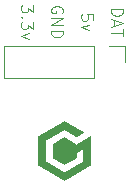
<source format=gbr>
%TF.GenerationSoftware,KiCad,Pcbnew,8.0.2*%
%TF.CreationDate,2024-05-09T22:20:53+02:00*%
%TF.ProjectId,Gamecube controller breakout,47616d65-6375-4626-9520-636f6e74726f,rev?*%
%TF.SameCoordinates,Original*%
%TF.FileFunction,Legend,Top*%
%TF.FilePolarity,Positive*%
%FSLAX46Y46*%
G04 Gerber Fmt 4.6, Leading zero omitted, Abs format (unit mm)*
G04 Created by KiCad (PCBNEW 8.0.2) date 2024-05-09 22:20:53*
%MOMM*%
%LPD*%
G01*
G04 APERTURE LIST*
%ADD10C,0.000000*%
%ADD11C,0.100000*%
%ADD12C,0.120000*%
G04 APERTURE END LIST*
D10*
G36*
X141015100Y-89488780D02*
G01*
X137796920Y-89488780D01*
X137796920Y-89446360D01*
X141015100Y-89446360D01*
X141015100Y-89488780D01*
G37*
G36*
X139999100Y-88684230D02*
G01*
X139658740Y-88684230D01*
X139658740Y-88642070D01*
X139999100Y-88642070D01*
X139999100Y-88684230D01*
G37*
G36*
X140507100Y-91478230D02*
G01*
X139277740Y-91478230D01*
X139277740Y-91436070D01*
X140507100Y-91436070D01*
X140507100Y-91478230D01*
G37*
G36*
X138431920Y-88388190D02*
G01*
X137118740Y-88388190D01*
X137118740Y-88345770D01*
X138431920Y-88345770D01*
X138431920Y-88388190D01*
G37*
G36*
X140166740Y-91690190D02*
G01*
X138939920Y-91690190D01*
X138939920Y-91647770D01*
X140166740Y-91647770D01*
X140166740Y-91690190D01*
G37*
G36*
X139955920Y-88091780D02*
G01*
X137626740Y-88091780D01*
X137626740Y-88049360D01*
X139955920Y-88049360D01*
X139955920Y-88091780D01*
G37*
G36*
X139574920Y-92028780D02*
G01*
X138007740Y-92028780D01*
X138007740Y-91986360D01*
X139574920Y-91986360D01*
X139574920Y-92028780D01*
G37*
G36*
X137245740Y-90039190D02*
G01*
X136570100Y-90039190D01*
X136570100Y-89996770D01*
X137245740Y-89996770D01*
X137245740Y-90039190D01*
G37*
G36*
X139999100Y-91774780D02*
G01*
X137586100Y-91774780D01*
X137586100Y-91732360D01*
X139999100Y-91732360D01*
X139999100Y-91774780D01*
G37*
G36*
X140336920Y-88472780D02*
G01*
X139277740Y-88472780D01*
X139277740Y-88430360D01*
X140336920Y-88430360D01*
X140336920Y-88472780D01*
G37*
G36*
X141015100Y-89319230D02*
G01*
X139955920Y-89319230D01*
X139955920Y-89277070D01*
X141015100Y-89277070D01*
X141015100Y-89319230D01*
G37*
G36*
X140336920Y-88303230D02*
G01*
X139023740Y-88303230D01*
X139023740Y-88261070D01*
X140336920Y-88261070D01*
X140336920Y-88303230D01*
G37*
G36*
X138896740Y-87499190D02*
G01*
X138685920Y-87499190D01*
X138685920Y-87456770D01*
X138896740Y-87456770D01*
X138896740Y-87499190D01*
G37*
G36*
X141015100Y-91139780D02*
G01*
X139872100Y-91139780D01*
X139872100Y-91097360D01*
X141015100Y-91097360D01*
X141015100Y-91139780D01*
G37*
G36*
X137245740Y-89446230D02*
G01*
X136570100Y-89446230D01*
X136570100Y-89404070D01*
X137245740Y-89404070D01*
X137245740Y-89446230D01*
G37*
G36*
X139745100Y-87964780D02*
G01*
X137880740Y-87964780D01*
X137880740Y-87922360D01*
X139745100Y-87922360D01*
X139745100Y-87964780D01*
G37*
G36*
X141015100Y-89827230D02*
G01*
X137796920Y-89827230D01*
X137796920Y-89785070D01*
X141015100Y-89785070D01*
X141015100Y-89827230D01*
G37*
G36*
X137245740Y-90547190D02*
G01*
X136570100Y-90547190D01*
X136570100Y-90504770D01*
X137245740Y-90504770D01*
X137245740Y-90547190D01*
G37*
G36*
X137245740Y-90293190D02*
G01*
X136570100Y-90293190D01*
X136570100Y-90250770D01*
X137245740Y-90250770D01*
X137245740Y-90293190D01*
G37*
G36*
X140380100Y-88345780D02*
G01*
X139066920Y-88345780D01*
X139066920Y-88303360D01*
X140380100Y-88303360D01*
X140380100Y-88345780D01*
G37*
G36*
X137245740Y-90843230D02*
G01*
X136570100Y-90843230D01*
X136570100Y-90801070D01*
X137245740Y-90801070D01*
X137245740Y-90843230D01*
G37*
G36*
X141015100Y-89912190D02*
G01*
X140336920Y-89912190D01*
X140336920Y-89869770D01*
X141015100Y-89869770D01*
X141015100Y-89912190D01*
G37*
G36*
X141015100Y-91055190D02*
G01*
X139999100Y-91055190D01*
X139999100Y-91012770D01*
X141015100Y-91012770D01*
X141015100Y-91055190D01*
G37*
G36*
X139364100Y-92155780D02*
G01*
X138221100Y-92155780D01*
X138221100Y-92113360D01*
X139364100Y-92113360D01*
X139364100Y-92155780D01*
G37*
G36*
X139828920Y-90293190D02*
G01*
X137796920Y-90293190D01*
X137796920Y-90250770D01*
X139828920Y-90250770D01*
X139828920Y-90293190D01*
G37*
G36*
X139320920Y-90843230D02*
G01*
X138261740Y-90843230D01*
X138261740Y-90801070D01*
X139320920Y-90801070D01*
X139320920Y-90843230D01*
G37*
G36*
X140293740Y-89869780D02*
G01*
X137796920Y-89869780D01*
X137796920Y-89827360D01*
X140293740Y-89827360D01*
X140293740Y-89869780D01*
G37*
G36*
X140463920Y-91520780D02*
G01*
X139237100Y-91520780D01*
X139237100Y-91478360D01*
X140463920Y-91478360D01*
X140463920Y-91520780D01*
G37*
G36*
X137245740Y-90420190D02*
G01*
X136570100Y-90420190D01*
X136570100Y-90377770D01*
X137245740Y-90377770D01*
X137245740Y-90420190D01*
G37*
G36*
X141015100Y-91097230D02*
G01*
X139955920Y-91097230D01*
X139955920Y-91055070D01*
X141015100Y-91055070D01*
X141015100Y-91097230D01*
G37*
G36*
X139193920Y-89023190D02*
G01*
X138388740Y-89023190D01*
X138388740Y-88980770D01*
X139193920Y-88980770D01*
X139193920Y-89023190D01*
G37*
G36*
X139872100Y-91859230D02*
G01*
X137713100Y-91859230D01*
X137713100Y-91817070D01*
X139872100Y-91817070D01*
X139872100Y-91859230D01*
G37*
G36*
X137753740Y-88769190D02*
G01*
X136570100Y-88769190D01*
X136570100Y-88726770D01*
X137753740Y-88726770D01*
X137753740Y-88769190D01*
G37*
G36*
X139320920Y-92198190D02*
G01*
X138304920Y-92198190D01*
X138304920Y-92155770D01*
X139320920Y-92155770D01*
X139320920Y-92198190D01*
G37*
G36*
X141015100Y-90208230D02*
G01*
X140336920Y-90208230D01*
X140336920Y-90166070D01*
X141015100Y-90166070D01*
X141015100Y-90208230D01*
G37*
G36*
X141015100Y-90674190D02*
G01*
X140336920Y-90674190D01*
X140336920Y-90631770D01*
X141015100Y-90631770D01*
X141015100Y-90674190D01*
G37*
G36*
X141015100Y-90293190D02*
G01*
X140336920Y-90293190D01*
X140336920Y-90250770D01*
X141015100Y-90250770D01*
X141015100Y-90293190D01*
G37*
G36*
X139574920Y-89277190D02*
G01*
X137967100Y-89277190D01*
X137967100Y-89234770D01*
X139574920Y-89234770D01*
X139574920Y-89277190D01*
G37*
G36*
X141015100Y-90885780D02*
G01*
X140293740Y-90885780D01*
X140293740Y-90843360D01*
X141015100Y-90843360D01*
X141015100Y-90885780D01*
G37*
G36*
X139658740Y-89319230D02*
G01*
X137880740Y-89319230D01*
X137880740Y-89277070D01*
X139658740Y-89277070D01*
X139658740Y-89319230D01*
G37*
G36*
X139023740Y-91012780D02*
G01*
X138602100Y-91012780D01*
X138602100Y-90970360D01*
X139023740Y-90970360D01*
X139023740Y-91012780D01*
G37*
G36*
X141015100Y-88938230D02*
G01*
X140590920Y-88938230D01*
X140590920Y-88896070D01*
X141015100Y-88896070D01*
X141015100Y-88938230D01*
G37*
G36*
X138856100Y-91097230D02*
G01*
X138729100Y-91097230D01*
X138729100Y-91055070D01*
X138856100Y-91055070D01*
X138856100Y-91097230D01*
G37*
G36*
X139150740Y-92282780D02*
G01*
X138431920Y-92282780D01*
X138431920Y-92240360D01*
X139150740Y-92240360D01*
X139150740Y-92282780D01*
G37*
G36*
X141015100Y-89700230D02*
G01*
X137796920Y-89700230D01*
X137796920Y-89658070D01*
X141015100Y-89658070D01*
X141015100Y-89700230D01*
G37*
G36*
X141015100Y-89615780D02*
G01*
X137796920Y-89615780D01*
X137796920Y-89573360D01*
X141015100Y-89573360D01*
X141015100Y-89615780D01*
G37*
G36*
X138558920Y-88303230D02*
G01*
X137288920Y-88303230D01*
X137288920Y-88261070D01*
X138558920Y-88261070D01*
X138558920Y-88303230D01*
G37*
G36*
X139066920Y-88938230D02*
G01*
X138515740Y-88938230D01*
X138515740Y-88896070D01*
X139066920Y-88896070D01*
X139066920Y-88938230D01*
G37*
G36*
X138304920Y-88472780D02*
G01*
X136991740Y-88472780D01*
X136991740Y-88430360D01*
X138304920Y-88430360D01*
X138304920Y-88472780D01*
G37*
G36*
X141015100Y-88726780D02*
G01*
X140928740Y-88726780D01*
X140928740Y-88684360D01*
X141015100Y-88684360D01*
X141015100Y-88726780D01*
G37*
G36*
X141015100Y-91012780D02*
G01*
X140082920Y-91012780D01*
X140082920Y-90970360D01*
X141015100Y-90970360D01*
X141015100Y-91012780D01*
G37*
G36*
X137542920Y-91012780D02*
G01*
X136570100Y-91012780D01*
X136570100Y-90970360D01*
X137542920Y-90970360D01*
X137542920Y-91012780D01*
G37*
G36*
X140717920Y-91351230D02*
G01*
X139491100Y-91351230D01*
X139491100Y-91309070D01*
X140717920Y-91309070D01*
X140717920Y-91351230D01*
G37*
G36*
X138475100Y-91563190D02*
G01*
X137205100Y-91563190D01*
X137205100Y-91520770D01*
X138475100Y-91520770D01*
X138475100Y-91563190D01*
G37*
G36*
X139237100Y-92240230D02*
G01*
X138348100Y-92240230D01*
X138348100Y-92198070D01*
X139237100Y-92198070D01*
X139237100Y-92240230D01*
G37*
G36*
X140039740Y-88134190D02*
G01*
X137586100Y-88134190D01*
X137586100Y-88091770D01*
X140039740Y-88091770D01*
X140039740Y-88134190D01*
G37*
G36*
X140166740Y-88218780D02*
G01*
X138856100Y-88218780D01*
X138856100Y-88176360D01*
X140166740Y-88176360D01*
X140166740Y-88218780D01*
G37*
G36*
X138515740Y-91605230D02*
G01*
X137288920Y-91605230D01*
X137288920Y-91563070D01*
X138515740Y-91563070D01*
X138515740Y-91605230D01*
G37*
G36*
X141015100Y-90801190D02*
G01*
X140336920Y-90801190D01*
X140336920Y-90758770D01*
X141015100Y-90758770D01*
X141015100Y-90801190D01*
G37*
G36*
X137245740Y-90589230D02*
G01*
X136570100Y-90589230D01*
X136570100Y-90547070D01*
X137245740Y-90547070D01*
X137245740Y-90589230D01*
G37*
G36*
X139150740Y-87626190D02*
G01*
X138475100Y-87626190D01*
X138475100Y-87583770D01*
X139150740Y-87583770D01*
X139150740Y-87626190D01*
G37*
G36*
X141015100Y-91182190D02*
G01*
X139785740Y-91182190D01*
X139785740Y-91139770D01*
X141015100Y-91139770D01*
X141015100Y-91182190D01*
G37*
G36*
X137245740Y-89404190D02*
G01*
X136570100Y-89404190D01*
X136570100Y-89361770D01*
X137245740Y-89361770D01*
X137245740Y-89404190D01*
G37*
G36*
X141015100Y-89150190D02*
G01*
X140253100Y-89150190D01*
X140253100Y-89107770D01*
X141015100Y-89107770D01*
X141015100Y-89150190D01*
G37*
G36*
X139658740Y-91986230D02*
G01*
X137923920Y-91986230D01*
X137923920Y-91944070D01*
X139658740Y-91944070D01*
X139658740Y-91986230D01*
G37*
G36*
X140674740Y-91393780D02*
G01*
X139447920Y-91393780D01*
X139447920Y-91351360D01*
X140674740Y-91351360D01*
X140674740Y-91393780D01*
G37*
G36*
X139872100Y-90123780D02*
G01*
X137796920Y-90123780D01*
X137796920Y-90081360D01*
X139872100Y-90081360D01*
X139872100Y-90123780D01*
G37*
G36*
X138983100Y-87541230D02*
G01*
X138602100Y-87541230D01*
X138602100Y-87499070D01*
X138983100Y-87499070D01*
X138983100Y-87541230D01*
G37*
G36*
X139828920Y-90335230D02*
G01*
X137796920Y-90335230D01*
X137796920Y-90293070D01*
X139828920Y-90293070D01*
X139828920Y-90335230D01*
G37*
G36*
X137459100Y-88938230D02*
G01*
X136570100Y-88938230D01*
X136570100Y-88896070D01*
X137459100Y-88896070D01*
X137459100Y-88938230D01*
G37*
G36*
X141015100Y-89404190D02*
G01*
X139828920Y-89404190D01*
X139828920Y-89361770D01*
X141015100Y-89361770D01*
X141015100Y-89404190D01*
G37*
G36*
X138939920Y-88853780D02*
G01*
X138642740Y-88853780D01*
X138642740Y-88811360D01*
X138939920Y-88811360D01*
X138939920Y-88853780D01*
G37*
G36*
X141015100Y-90250780D02*
G01*
X140336920Y-90250780D01*
X140336920Y-90208360D01*
X141015100Y-90208360D01*
X141015100Y-90250780D01*
G37*
G36*
X137245740Y-89954230D02*
G01*
X136570100Y-89954230D01*
X136570100Y-89912070D01*
X137245740Y-89912070D01*
X137245740Y-89954230D01*
G37*
G36*
X141015100Y-89234780D02*
G01*
X140126100Y-89234780D01*
X140126100Y-89192360D01*
X141015100Y-89192360D01*
X141015100Y-89234780D01*
G37*
G36*
X137245740Y-89869780D02*
G01*
X136570100Y-89869780D01*
X136570100Y-89827360D01*
X137245740Y-89827360D01*
X137245740Y-89869780D01*
G37*
G36*
X139066920Y-87583780D02*
G01*
X138515740Y-87583780D01*
X138515740Y-87541360D01*
X139066920Y-87541360D01*
X139066920Y-87583780D01*
G37*
G36*
X140082920Y-88642190D02*
G01*
X139574920Y-88642190D01*
X139574920Y-88599770D01*
X140082920Y-88599770D01*
X140082920Y-88642190D01*
G37*
G36*
X141015100Y-89277190D02*
G01*
X140039740Y-89277190D01*
X140039740Y-89234770D01*
X141015100Y-89234770D01*
X141015100Y-89277190D01*
G37*
G36*
X138685920Y-91690190D02*
G01*
X137459100Y-91690190D01*
X137459100Y-91647770D01*
X138685920Y-91647770D01*
X138685920Y-91690190D01*
G37*
G36*
X139955920Y-91817190D02*
G01*
X137626740Y-91817190D01*
X137626740Y-91774770D01*
X139955920Y-91774770D01*
X139955920Y-91817190D01*
G37*
G36*
X139745100Y-89361780D02*
G01*
X137840100Y-89361780D01*
X137840100Y-89319360D01*
X139745100Y-89319360D01*
X139745100Y-89361780D01*
G37*
G36*
X137713100Y-88811230D02*
G01*
X136570100Y-88811230D01*
X136570100Y-88769070D01*
X137713100Y-88769070D01*
X137713100Y-88811230D01*
G37*
G36*
X137967100Y-91266780D02*
G01*
X136737740Y-91266780D01*
X136737740Y-91224360D01*
X137967100Y-91224360D01*
X137967100Y-91266780D01*
G37*
G36*
X139828920Y-90504780D02*
G01*
X137796920Y-90504780D01*
X137796920Y-90462360D01*
X139828920Y-90462360D01*
X139828920Y-90504780D01*
G37*
G36*
X140082920Y-88176230D02*
G01*
X137499740Y-88176230D01*
X137499740Y-88134070D01*
X140082920Y-88134070D01*
X140082920Y-88176230D01*
G37*
G36*
X141015100Y-90716230D02*
G01*
X140336920Y-90716230D01*
X140336920Y-90674070D01*
X141015100Y-90674070D01*
X141015100Y-90716230D01*
G37*
G36*
X140126100Y-89954230D02*
G01*
X137796920Y-89954230D01*
X137796920Y-89912070D01*
X140126100Y-89912070D01*
X140126100Y-89954230D01*
G37*
G36*
X139828920Y-90547190D02*
G01*
X137796920Y-90547190D01*
X137796920Y-90504770D01*
X139828920Y-90504770D01*
X139828920Y-90547190D01*
G37*
G36*
X137245740Y-90250780D02*
G01*
X136570100Y-90250780D01*
X136570100Y-90208360D01*
X137245740Y-90208360D01*
X137245740Y-90250780D01*
G37*
G36*
X139828920Y-90377780D02*
G01*
X137796920Y-90377780D01*
X137796920Y-90335360D01*
X139828920Y-90335360D01*
X139828920Y-90377780D01*
G37*
G36*
X137245740Y-90166190D02*
G01*
X136570100Y-90166190D01*
X136570100Y-90123770D01*
X137245740Y-90123770D01*
X137245740Y-90166190D01*
G37*
G36*
X139277740Y-87710780D02*
G01*
X138304920Y-87710780D01*
X138304920Y-87668360D01*
X139277740Y-87668360D01*
X139277740Y-87710780D01*
G37*
G36*
X141015100Y-89531190D02*
G01*
X137796920Y-89531190D01*
X137796920Y-89488770D01*
X141015100Y-89488770D01*
X141015100Y-89531190D01*
G37*
G36*
X137923920Y-88684230D02*
G01*
X136610740Y-88684230D01*
X136610740Y-88642070D01*
X137923920Y-88642070D01*
X137923920Y-88684230D01*
G37*
G36*
X140420740Y-88430230D02*
G01*
X139237100Y-88430230D01*
X139237100Y-88388070D01*
X140420740Y-88388070D01*
X140420740Y-88430230D01*
G37*
G36*
X139277740Y-89065230D02*
G01*
X138304920Y-89065230D01*
X138304920Y-89023070D01*
X139277740Y-89023070D01*
X139277740Y-89065230D01*
G37*
G36*
X137245740Y-89827230D02*
G01*
X136570100Y-89827230D01*
X136570100Y-89785070D01*
X137245740Y-89785070D01*
X137245740Y-89827230D01*
G37*
G36*
X138221100Y-88515190D02*
G01*
X136907920Y-88515190D01*
X136907920Y-88472770D01*
X138221100Y-88472770D01*
X138221100Y-88515190D01*
G37*
G36*
X137245740Y-89150190D02*
G01*
X136570100Y-89150190D01*
X136570100Y-89107770D01*
X137245740Y-89107770D01*
X137245740Y-89150190D01*
G37*
G36*
X139023740Y-92367230D02*
G01*
X138602100Y-92367230D01*
X138602100Y-92325070D01*
X139023740Y-92325070D01*
X139023740Y-92367230D01*
G37*
G36*
X140082920Y-89996780D02*
G01*
X137796920Y-89996780D01*
X137796920Y-89954360D01*
X140082920Y-89954360D01*
X140082920Y-89996780D01*
G37*
G36*
X138221100Y-91436190D02*
G01*
X136991740Y-91436190D01*
X136991740Y-91393770D01*
X138221100Y-91393770D01*
X138221100Y-91436190D01*
G37*
G36*
X139491100Y-90758780D02*
G01*
X138134740Y-90758780D01*
X138134740Y-90716360D01*
X139491100Y-90716360D01*
X139491100Y-90758780D01*
G37*
G36*
X141015100Y-90420190D02*
G01*
X140336920Y-90420190D01*
X140336920Y-90377770D01*
X141015100Y-90377770D01*
X141015100Y-90420190D01*
G37*
G36*
X140463920Y-88388190D02*
G01*
X139150740Y-88388190D01*
X139150740Y-88345770D01*
X140463920Y-88345770D01*
X140463920Y-88388190D01*
G37*
G36*
X139785740Y-91901780D02*
G01*
X137796920Y-91901780D01*
X137796920Y-91859360D01*
X139785740Y-91859360D01*
X139785740Y-91901780D01*
G37*
G36*
X139364100Y-87753190D02*
G01*
X138221100Y-87753190D01*
X138221100Y-87710770D01*
X139364100Y-87710770D01*
X139364100Y-87753190D01*
G37*
G36*
X137459100Y-90970230D02*
G01*
X136570100Y-90970230D01*
X136570100Y-90928070D01*
X137459100Y-90928070D01*
X137459100Y-90970230D01*
G37*
G36*
X141015100Y-90589230D02*
G01*
X140336920Y-90589230D01*
X140336920Y-90547070D01*
X141015100Y-90547070D01*
X141015100Y-90589230D01*
G37*
G36*
X139531740Y-92071190D02*
G01*
X138094100Y-92071190D01*
X138094100Y-92028770D01*
X139531740Y-92028770D01*
X139531740Y-92071190D01*
G37*
G36*
X141015100Y-89573230D02*
G01*
X137796920Y-89573230D01*
X137796920Y-89531070D01*
X141015100Y-89531070D01*
X141015100Y-89573230D01*
G37*
G36*
X139447920Y-89192230D02*
G01*
X138094100Y-89192230D01*
X138094100Y-89150070D01*
X139447920Y-89150070D01*
X139447920Y-89192230D01*
G37*
G36*
X141015100Y-89361780D02*
G01*
X139912740Y-89361780D01*
X139912740Y-89319360D01*
X141015100Y-89319360D01*
X141015100Y-89361780D01*
G37*
G36*
X141015100Y-89954230D02*
G01*
X140336920Y-89954230D01*
X140336920Y-89912070D01*
X141015100Y-89912070D01*
X141015100Y-89954230D01*
G37*
G36*
X137880740Y-91224230D02*
G01*
X136653920Y-91224230D01*
X136653920Y-91182070D01*
X137880740Y-91182070D01*
X137880740Y-91224230D01*
G37*
G36*
X141015100Y-88811230D02*
G01*
X140801740Y-88811230D01*
X140801740Y-88769070D01*
X141015100Y-88769070D01*
X141015100Y-88811230D01*
G37*
G36*
X139110100Y-92325190D02*
G01*
X138515740Y-92325190D01*
X138515740Y-92282770D01*
X139110100Y-92282770D01*
X139110100Y-92325190D01*
G37*
G36*
X137753740Y-91139780D02*
G01*
X136570100Y-91139780D01*
X136570100Y-91097360D01*
X137753740Y-91097360D01*
X137753740Y-91139780D01*
G37*
G36*
X139531740Y-89234780D02*
G01*
X138050920Y-89234780D01*
X138050920Y-89192360D01*
X139531740Y-89192360D01*
X139531740Y-89234780D01*
G37*
G36*
X138602100Y-91647780D02*
G01*
X137372740Y-91647780D01*
X137372740Y-91605360D01*
X138602100Y-91605360D01*
X138602100Y-91647780D01*
G37*
G36*
X137245740Y-89065230D02*
G01*
X136570100Y-89065230D01*
X136570100Y-89023070D01*
X137245740Y-89023070D01*
X137245740Y-89065230D01*
G37*
G36*
X138050920Y-88599780D02*
G01*
X136780920Y-88599780D01*
X136780920Y-88557360D01*
X138050920Y-88557360D01*
X138050920Y-88599780D01*
G37*
G36*
X137245740Y-89488780D02*
G01*
X136570100Y-89488780D01*
X136570100Y-89446360D01*
X137245740Y-89446360D01*
X137245740Y-89488780D01*
G37*
G36*
X141015100Y-90335230D02*
G01*
X140336920Y-90335230D01*
X140336920Y-90293070D01*
X141015100Y-90293070D01*
X141015100Y-90335230D01*
G37*
G36*
X137542920Y-88896190D02*
G01*
X136570100Y-88896190D01*
X136570100Y-88853770D01*
X137542920Y-88853770D01*
X137542920Y-88896190D01*
G37*
G36*
X141015100Y-90547190D02*
G01*
X140336920Y-90547190D01*
X140336920Y-90504770D01*
X141015100Y-90504770D01*
X141015100Y-90547190D01*
G37*
G36*
X138007740Y-88642190D02*
G01*
X136697100Y-88642190D01*
X136697100Y-88599770D01*
X138007740Y-88599770D01*
X138007740Y-88642190D01*
G37*
G36*
X137796920Y-91182190D02*
G01*
X136570100Y-91182190D01*
X136570100Y-91139770D01*
X137796920Y-91139770D01*
X137796920Y-91182190D01*
G37*
G36*
X137669920Y-91097230D02*
G01*
X136570100Y-91097230D01*
X136570100Y-91055070D01*
X137669920Y-91055070D01*
X137669920Y-91097230D01*
G37*
G36*
X139193920Y-90928190D02*
G01*
X138431920Y-90928190D01*
X138431920Y-90885770D01*
X139193920Y-90885770D01*
X139193920Y-90928190D01*
G37*
G36*
X137245740Y-89107780D02*
G01*
X136570100Y-89107780D01*
X136570100Y-89065360D01*
X137245740Y-89065360D01*
X137245740Y-89107780D01*
G37*
G36*
X140253100Y-91647780D02*
G01*
X138983100Y-91647780D01*
X138983100Y-91605360D01*
X140253100Y-91605360D01*
X140253100Y-91647780D01*
G37*
G36*
X140293740Y-88515190D02*
G01*
X139364100Y-88515190D01*
X139364100Y-88472770D01*
X140293740Y-88472770D01*
X140293740Y-88515190D01*
G37*
G36*
X137245740Y-90758780D02*
G01*
X136570100Y-90758780D01*
X136570100Y-90716360D01*
X137245740Y-90716360D01*
X137245740Y-90758780D01*
G37*
G36*
X139658740Y-90674190D02*
G01*
X137967100Y-90674190D01*
X137967100Y-90631770D01*
X139658740Y-90631770D01*
X139658740Y-90674190D01*
G37*
G36*
X138177920Y-91393780D02*
G01*
X136951100Y-91393780D01*
X136951100Y-91351360D01*
X138177920Y-91351360D01*
X138177920Y-91393780D01*
G37*
G36*
X138983100Y-88896190D02*
G01*
X138602100Y-88896190D01*
X138602100Y-88853770D01*
X138983100Y-88853770D01*
X138983100Y-88896190D01*
G37*
G36*
X141015100Y-89023190D02*
G01*
X140463920Y-89023190D01*
X140463920Y-88980770D01*
X141015100Y-88980770D01*
X141015100Y-89023190D01*
G37*
G36*
X137245740Y-89615780D02*
G01*
X136570100Y-89615780D01*
X136570100Y-89573360D01*
X137245740Y-89573360D01*
X137245740Y-89615780D01*
G37*
G36*
X137245740Y-90377780D02*
G01*
X136570100Y-90377780D01*
X136570100Y-90335360D01*
X137245740Y-90335360D01*
X137245740Y-90377780D01*
G37*
G36*
X141015100Y-89742780D02*
G01*
X137796920Y-89742780D01*
X137796920Y-89700360D01*
X141015100Y-89700360D01*
X141015100Y-89742780D01*
G37*
G36*
X137586100Y-91055190D02*
G01*
X136570100Y-91055190D01*
X136570100Y-91012770D01*
X137586100Y-91012770D01*
X137586100Y-91055190D01*
G37*
G36*
X141015100Y-88769190D02*
G01*
X140888100Y-88769190D01*
X140888100Y-88726770D01*
X141015100Y-88726770D01*
X141015100Y-88769190D01*
G37*
G36*
X141015100Y-90377780D02*
G01*
X140336920Y-90377780D01*
X140336920Y-90335360D01*
X141015100Y-90335360D01*
X141015100Y-90377780D01*
G37*
G36*
X139404740Y-90801190D02*
G01*
X138221100Y-90801190D01*
X138221100Y-90758770D01*
X139404740Y-90758770D01*
X139404740Y-90801190D01*
G37*
G36*
X137415920Y-88980780D02*
G01*
X136570100Y-88980780D01*
X136570100Y-88938360D01*
X137415920Y-88938360D01*
X137415920Y-88980780D01*
G37*
G36*
X139872100Y-88049230D02*
G01*
X137713100Y-88049230D01*
X137713100Y-88007070D01*
X139872100Y-88007070D01*
X139872100Y-88049230D01*
G37*
G36*
X140380100Y-91563190D02*
G01*
X139150740Y-91563190D01*
X139150740Y-91520770D01*
X140380100Y-91520770D01*
X140380100Y-91563190D01*
G37*
G36*
X140293740Y-91605230D02*
G01*
X139066920Y-91605230D01*
X139066920Y-91563070D01*
X140293740Y-91563070D01*
X140293740Y-91605230D01*
G37*
G36*
X141015100Y-89869780D02*
G01*
X140336920Y-89869780D01*
X140336920Y-89827360D01*
X141015100Y-89827360D01*
X141015100Y-89869780D01*
G37*
G36*
X141015100Y-89192230D02*
G01*
X140166740Y-89192230D01*
X140166740Y-89150070D01*
X141015100Y-89150070D01*
X141015100Y-89192230D01*
G37*
G36*
X138729100Y-91732230D02*
G01*
X137499740Y-91732230D01*
X137499740Y-91690070D01*
X138729100Y-91690070D01*
X138729100Y-91732230D01*
G37*
G36*
X140209920Y-89912190D02*
G01*
X137796920Y-89912190D01*
X137796920Y-89869770D01*
X140209920Y-89869770D01*
X140209920Y-89912190D01*
G37*
G36*
X138642740Y-88261190D02*
G01*
X137332100Y-88261190D01*
X137332100Y-88218770D01*
X138642740Y-88218770D01*
X138642740Y-88261190D01*
G37*
G36*
X138939920Y-92409780D02*
G01*
X138642740Y-92409780D01*
X138642740Y-92367360D01*
X138939920Y-92367360D01*
X138939920Y-92409780D01*
G37*
G36*
X139701920Y-90631780D02*
G01*
X137923920Y-90631780D01*
X137923920Y-90589360D01*
X139701920Y-90589360D01*
X139701920Y-90631780D01*
G37*
G36*
X137245740Y-90208230D02*
G01*
X136570100Y-90208230D01*
X136570100Y-90166070D01*
X137245740Y-90166070D01*
X137245740Y-90208230D01*
G37*
G36*
X137245740Y-89658190D02*
G01*
X136570100Y-89658190D01*
X136570100Y-89615770D01*
X137245740Y-89615770D01*
X137245740Y-89658190D01*
G37*
G36*
X138348100Y-88430230D02*
G01*
X137034920Y-88430230D01*
X137034920Y-88388070D01*
X138348100Y-88388070D01*
X138348100Y-88430230D01*
G37*
G36*
X141015100Y-90039190D02*
G01*
X140336920Y-90039190D01*
X140336920Y-89996770D01*
X141015100Y-89996770D01*
X141015100Y-90039190D01*
G37*
G36*
X141015100Y-90462230D02*
G01*
X140336920Y-90462230D01*
X140336920Y-90420070D01*
X141015100Y-90420070D01*
X141015100Y-90462230D01*
G37*
G36*
X141015100Y-89065230D02*
G01*
X140380100Y-89065230D01*
X140380100Y-89023070D01*
X141015100Y-89023070D01*
X141015100Y-89065230D01*
G37*
G36*
X137245740Y-90674190D02*
G01*
X136570100Y-90674190D01*
X136570100Y-90631770D01*
X137245740Y-90631770D01*
X137245740Y-90674190D01*
G37*
G36*
X139999100Y-90039190D02*
G01*
X137796920Y-90039190D01*
X137796920Y-89996770D01*
X139999100Y-89996770D01*
X139999100Y-90039190D01*
G37*
G36*
X137245740Y-89700230D02*
G01*
X136570100Y-89700230D01*
X136570100Y-89658070D01*
X137245740Y-89658070D01*
X137245740Y-89700230D01*
G37*
G36*
X141015100Y-90081230D02*
G01*
X140336920Y-90081230D01*
X140336920Y-90039070D01*
X141015100Y-90039070D01*
X141015100Y-90081230D01*
G37*
G36*
X138515740Y-88345780D02*
G01*
X137205100Y-88345780D01*
X137205100Y-88303360D01*
X138515740Y-88303360D01*
X138515740Y-88345780D01*
G37*
G36*
X141015100Y-90758780D02*
G01*
X140336920Y-90758780D01*
X140336920Y-90716360D01*
X141015100Y-90716360D01*
X141015100Y-90758780D01*
G37*
G36*
X139574920Y-90716230D02*
G01*
X138050920Y-90716230D01*
X138050920Y-90674070D01*
X139574920Y-90674070D01*
X139574920Y-90716230D01*
G37*
G36*
X141015100Y-88896190D02*
G01*
X140674740Y-88896190D01*
X140674740Y-88853770D01*
X141015100Y-88853770D01*
X141015100Y-88896190D01*
G37*
G36*
X138856100Y-88811230D02*
G01*
X138729100Y-88811230D01*
X138729100Y-88769070D01*
X138856100Y-88769070D01*
X138856100Y-88811230D01*
G37*
G36*
X139237100Y-90885780D02*
G01*
X138348100Y-90885780D01*
X138348100Y-90843360D01*
X139237100Y-90843360D01*
X139237100Y-90885780D01*
G37*
G36*
X140126100Y-88599780D02*
G01*
X139491100Y-88599780D01*
X139491100Y-88557360D01*
X140126100Y-88557360D01*
X140126100Y-88599780D01*
G37*
G36*
X139785740Y-90589230D02*
G01*
X137840100Y-90589230D01*
X137840100Y-90547070D01*
X139785740Y-90547070D01*
X139785740Y-90589230D01*
G37*
G36*
X138094100Y-91351230D02*
G01*
X136864740Y-91351230D01*
X136864740Y-91309070D01*
X138094100Y-91309070D01*
X138094100Y-91351230D01*
G37*
G36*
X140801740Y-91309190D02*
G01*
X139574920Y-91309190D01*
X139574920Y-91266770D01*
X140801740Y-91266770D01*
X140801740Y-91309190D01*
G37*
G36*
X137245740Y-90801190D02*
G01*
X136570100Y-90801190D01*
X136570100Y-90758770D01*
X137245740Y-90758770D01*
X137245740Y-90801190D01*
G37*
G36*
X137245740Y-89277190D02*
G01*
X136570100Y-89277190D01*
X136570100Y-89234770D01*
X137245740Y-89234770D01*
X137245740Y-89277190D01*
G37*
G36*
X141015100Y-90166190D02*
G01*
X140336920Y-90166190D01*
X140336920Y-90123770D01*
X141015100Y-90123770D01*
X141015100Y-90166190D01*
G37*
G36*
X140253100Y-88261190D02*
G01*
X138939920Y-88261190D01*
X138939920Y-88218770D01*
X140253100Y-88218770D01*
X140253100Y-88261190D01*
G37*
G36*
X137245740Y-89742780D02*
G01*
X136570100Y-89742780D01*
X136570100Y-89700360D01*
X137245740Y-89700360D01*
X137245740Y-89742780D01*
G37*
G36*
X140928740Y-91224230D02*
G01*
X139701920Y-91224230D01*
X139701920Y-91182070D01*
X140928740Y-91182070D01*
X140928740Y-91224230D01*
G37*
G36*
X141015100Y-90123780D02*
G01*
X140336920Y-90123780D01*
X140336920Y-90081360D01*
X141015100Y-90081360D01*
X141015100Y-90123780D01*
G37*
G36*
X138729100Y-88218780D02*
G01*
X137415920Y-88218780D01*
X137415920Y-88176360D01*
X138729100Y-88176360D01*
X138729100Y-88218780D01*
G37*
G36*
X137840100Y-88726780D02*
G01*
X136570100Y-88726780D01*
X136570100Y-88684360D01*
X137840100Y-88684360D01*
X137840100Y-88726780D01*
G37*
G36*
X139110100Y-90970230D02*
G01*
X138515740Y-90970230D01*
X138515740Y-90928070D01*
X139110100Y-90928070D01*
X139110100Y-90970230D01*
G37*
G36*
X137245740Y-89234780D02*
G01*
X136570100Y-89234780D01*
X136570100Y-89192360D01*
X137245740Y-89192360D01*
X137245740Y-89234780D01*
G37*
G36*
X137372740Y-90928190D02*
G01*
X136570100Y-90928190D01*
X136570100Y-90885770D01*
X137372740Y-90885770D01*
X137372740Y-90928190D01*
G37*
G36*
X138304920Y-91478230D02*
G01*
X137078100Y-91478230D01*
X137078100Y-91436070D01*
X138304920Y-91436070D01*
X138304920Y-91478230D01*
G37*
G36*
X137245740Y-89361780D02*
G01*
X136570100Y-89361780D01*
X136570100Y-89319360D01*
X137245740Y-89319360D01*
X137245740Y-89361780D01*
G37*
G36*
X139955920Y-90081230D02*
G01*
X137796920Y-90081230D01*
X137796920Y-90039070D01*
X139955920Y-90039070D01*
X139955920Y-90081230D01*
G37*
G36*
X137245740Y-90631780D02*
G01*
X136570100Y-90631780D01*
X136570100Y-90589360D01*
X137245740Y-90589360D01*
X137245740Y-90631780D01*
G37*
G36*
X141015100Y-90843230D02*
G01*
X140336920Y-90843230D01*
X140336920Y-90801070D01*
X141015100Y-90801070D01*
X141015100Y-90843230D01*
G37*
G36*
X139574920Y-87880190D02*
G01*
X138007740Y-87880190D01*
X138007740Y-87837770D01*
X139574920Y-87837770D01*
X139574920Y-87880190D01*
G37*
G36*
X137245740Y-89319230D02*
G01*
X136570100Y-89319230D01*
X136570100Y-89277070D01*
X137245740Y-89277070D01*
X137245740Y-89319230D01*
G37*
G36*
X138856100Y-92452190D02*
G01*
X138729100Y-92452190D01*
X138729100Y-92409770D01*
X138856100Y-92409770D01*
X138856100Y-92452190D01*
G37*
G36*
X138007740Y-91309190D02*
G01*
X136780920Y-91309190D01*
X136780920Y-91266770D01*
X138007740Y-91266770D01*
X138007740Y-91309190D01*
G37*
G36*
X138856100Y-87456780D02*
G01*
X138769740Y-87456780D01*
X138769740Y-87414360D01*
X138856100Y-87414360D01*
X138856100Y-87456780D01*
G37*
G36*
X137245740Y-90716230D02*
G01*
X136570100Y-90716230D01*
X136570100Y-90674070D01*
X137245740Y-90674070D01*
X137245740Y-90716230D01*
G37*
G36*
X139110100Y-88980780D02*
G01*
X138431920Y-88980780D01*
X138431920Y-88938360D01*
X139110100Y-88938360D01*
X139110100Y-88980780D01*
G37*
G36*
X141015100Y-90970230D02*
G01*
X140166740Y-90970230D01*
X140166740Y-90928070D01*
X141015100Y-90928070D01*
X141015100Y-90970230D01*
G37*
G36*
X139828920Y-90208230D02*
G01*
X137796920Y-90208230D01*
X137796920Y-90166070D01*
X139828920Y-90166070D01*
X139828920Y-90208230D01*
G37*
G36*
X139320920Y-89107780D02*
G01*
X138261740Y-89107780D01*
X138261740Y-89065360D01*
X139320920Y-89065360D01*
X139320920Y-89107780D01*
G37*
G36*
X137245740Y-89573230D02*
G01*
X136570100Y-89573230D01*
X136570100Y-89531070D01*
X137245740Y-89531070D01*
X137245740Y-89573230D01*
G37*
G36*
X139912740Y-88726780D02*
G01*
X139701920Y-88726780D01*
X139701920Y-88684360D01*
X139912740Y-88684360D01*
X139912740Y-88726780D01*
G37*
G36*
X137245740Y-90335230D02*
G01*
X136570100Y-90335230D01*
X136570100Y-90293070D01*
X137245740Y-90293070D01*
X137245740Y-90335230D01*
G37*
G36*
X137245740Y-89912190D02*
G01*
X136570100Y-89912190D01*
X136570100Y-89869770D01*
X137245740Y-89869770D01*
X137245740Y-89912190D01*
G37*
G36*
X139828920Y-90250780D02*
G01*
X137796920Y-90250780D01*
X137796920Y-90208360D01*
X139828920Y-90208360D01*
X139828920Y-90250780D01*
G37*
G36*
X139828920Y-90462230D02*
G01*
X137796920Y-90462230D01*
X137796920Y-90420070D01*
X139828920Y-90420070D01*
X139828920Y-90462230D01*
G37*
G36*
X139828920Y-90420190D02*
G01*
X137796920Y-90420190D01*
X137796920Y-90377770D01*
X139828920Y-90377770D01*
X139828920Y-90420190D01*
G37*
G36*
X137626740Y-88853780D02*
G01*
X136570100Y-88853780D01*
X136570100Y-88811360D01*
X137626740Y-88811360D01*
X137626740Y-88853780D01*
G37*
G36*
X137245740Y-90504780D02*
G01*
X136570100Y-90504780D01*
X136570100Y-90462360D01*
X137245740Y-90462360D01*
X137245740Y-90504780D01*
G37*
G36*
X138939920Y-91055190D02*
G01*
X138642740Y-91055190D01*
X138642740Y-91012770D01*
X138939920Y-91012770D01*
X138939920Y-91055190D01*
G37*
G36*
X137332100Y-89023190D02*
G01*
X136570100Y-89023190D01*
X136570100Y-88980770D01*
X137332100Y-88980770D01*
X137332100Y-89023190D01*
G37*
G36*
X139447920Y-92113230D02*
G01*
X138134740Y-92113230D01*
X138134740Y-92071070D01*
X139447920Y-92071070D01*
X139447920Y-92113230D01*
G37*
G36*
X141015100Y-89446230D02*
G01*
X137796920Y-89446230D01*
X137796920Y-89404070D01*
X141015100Y-89404070D01*
X141015100Y-89446230D01*
G37*
G36*
X139785740Y-88007190D02*
G01*
X137796920Y-88007190D01*
X137796920Y-87964770D01*
X139785740Y-87964770D01*
X139785740Y-88007190D01*
G37*
G36*
X138134740Y-88557230D02*
G01*
X136824100Y-88557230D01*
X136824100Y-88515070D01*
X138134740Y-88515070D01*
X138134740Y-88557230D01*
G37*
G36*
X140209920Y-88557230D02*
G01*
X139447920Y-88557230D01*
X139447920Y-88515070D01*
X140209920Y-88515070D01*
X140209920Y-88557230D01*
G37*
G36*
X137332100Y-90885780D02*
G01*
X136570100Y-90885780D01*
X136570100Y-90843360D01*
X137332100Y-90843360D01*
X137332100Y-90885780D01*
G37*
G36*
X140082920Y-91732230D02*
G01*
X138856100Y-91732230D01*
X138856100Y-91690070D01*
X140082920Y-91690070D01*
X140082920Y-91732230D01*
G37*
G36*
X141015100Y-88980780D02*
G01*
X140547740Y-88980780D01*
X140547740Y-88938360D01*
X141015100Y-88938360D01*
X141015100Y-88980780D01*
G37*
G36*
X141015100Y-89658190D02*
G01*
X137796920Y-89658190D01*
X137796920Y-89615770D01*
X141015100Y-89615770D01*
X141015100Y-89658190D01*
G37*
G36*
X139658740Y-87922230D02*
G01*
X137923920Y-87922230D01*
X137923920Y-87880070D01*
X139658740Y-87880070D01*
X139658740Y-87922230D01*
G37*
G36*
X141015100Y-89996780D02*
G01*
X140336920Y-89996780D01*
X140336920Y-89954360D01*
X141015100Y-89954360D01*
X141015100Y-89996780D01*
G37*
G36*
X137245740Y-90462230D02*
G01*
X136570100Y-90462230D01*
X136570100Y-90420070D01*
X137245740Y-90420070D01*
X137245740Y-90462230D01*
G37*
G36*
X137245740Y-89531190D02*
G01*
X136570100Y-89531190D01*
X136570100Y-89488770D01*
X137245740Y-89488770D01*
X137245740Y-89531190D01*
G37*
G36*
X137245740Y-89996780D02*
G01*
X136570100Y-89996780D01*
X136570100Y-89954360D01*
X137245740Y-89954360D01*
X137245740Y-89996780D01*
G37*
G36*
X139447920Y-87795230D02*
G01*
X138177920Y-87795230D01*
X138177920Y-87753070D01*
X139447920Y-87753070D01*
X139447920Y-87795230D01*
G37*
G36*
X139828920Y-90166190D02*
G01*
X137796920Y-90166190D01*
X137796920Y-90123770D01*
X139828920Y-90123770D01*
X139828920Y-90166190D01*
G37*
G36*
X139491100Y-87837780D02*
G01*
X138094100Y-87837780D01*
X138094100Y-87795360D01*
X139491100Y-87795360D01*
X139491100Y-87837780D01*
G37*
G36*
X137245740Y-89192230D02*
G01*
X136570100Y-89192230D01*
X136570100Y-89150070D01*
X137245740Y-89150070D01*
X137245740Y-89192230D01*
G37*
G36*
X141015100Y-90631780D02*
G01*
X140336920Y-90631780D01*
X140336920Y-90589360D01*
X141015100Y-90589360D01*
X141015100Y-90631780D01*
G37*
G36*
X139745100Y-91944190D02*
G01*
X137880740Y-91944190D01*
X137880740Y-91901770D01*
X139745100Y-91901770D01*
X139745100Y-91944190D01*
G37*
G36*
X141015100Y-89785190D02*
G01*
X137796920Y-89785190D01*
X137796920Y-89742770D01*
X141015100Y-89742770D01*
X141015100Y-89785190D01*
G37*
G36*
X141015100Y-89107780D02*
G01*
X140336920Y-89107780D01*
X140336920Y-89065360D01*
X141015100Y-89065360D01*
X141015100Y-89107780D01*
G37*
G36*
X141015100Y-88853780D02*
G01*
X140761100Y-88853780D01*
X140761100Y-88811360D01*
X141015100Y-88811360D01*
X141015100Y-88853780D01*
G37*
G36*
X139872100Y-88769190D02*
G01*
X139785740Y-88769190D01*
X139785740Y-88726770D01*
X139872100Y-88726770D01*
X139872100Y-88769190D01*
G37*
G36*
X139193920Y-87668230D02*
G01*
X138388740Y-87668230D01*
X138388740Y-87626070D01*
X139193920Y-87626070D01*
X139193920Y-87668230D01*
G37*
G36*
X140888100Y-91266780D02*
G01*
X139658740Y-91266780D01*
X139658740Y-91224360D01*
X140888100Y-91224360D01*
X140888100Y-91266780D01*
G37*
G36*
X137245740Y-89785190D02*
G01*
X136570100Y-89785190D01*
X136570100Y-89742770D01*
X137245740Y-89742770D01*
X137245740Y-89785190D01*
G37*
G36*
X138812920Y-87414230D02*
G01*
X138769740Y-87414230D01*
X138769740Y-87372070D01*
X138812920Y-87372070D01*
X138812920Y-87414230D01*
G37*
G36*
X137245740Y-90081230D02*
G01*
X136570100Y-90081230D01*
X136570100Y-90039070D01*
X137245740Y-90039070D01*
X137245740Y-90081230D01*
G37*
G36*
X139404740Y-89150190D02*
G01*
X138177920Y-89150190D01*
X138177920Y-89107770D01*
X139404740Y-89107770D01*
X139404740Y-89150190D01*
G37*
G36*
X139785740Y-89404190D02*
G01*
X137796920Y-89404190D01*
X137796920Y-89361770D01*
X139785740Y-89361770D01*
X139785740Y-89404190D01*
G37*
G36*
X140590920Y-91436190D02*
G01*
X139364100Y-91436190D01*
X139364100Y-91393770D01*
X140590920Y-91393770D01*
X140590920Y-91436190D01*
G37*
G36*
X141015100Y-90504780D02*
G01*
X140336920Y-90504780D01*
X140336920Y-90462360D01*
X141015100Y-90462360D01*
X141015100Y-90504780D01*
G37*
G36*
X137245740Y-90123780D02*
G01*
X136570100Y-90123780D01*
X136570100Y-90081360D01*
X137245740Y-90081360D01*
X137245740Y-90123780D01*
G37*
G36*
X141015100Y-90928190D02*
G01*
X140253100Y-90928190D01*
X140253100Y-90885770D01*
X141015100Y-90885770D01*
X141015100Y-90928190D01*
G37*
G36*
X138388740Y-91520780D02*
G01*
X137161920Y-91520780D01*
X137161920Y-91478360D01*
X138388740Y-91478360D01*
X138388740Y-91520780D01*
G37*
D11*
X141180180Y-78858941D02*
X141180180Y-78382751D01*
X141180180Y-78382751D02*
X140703990Y-78335132D01*
X140703990Y-78335132D02*
X140751609Y-78382751D01*
X140751609Y-78382751D02*
X140799228Y-78477989D01*
X140799228Y-78477989D02*
X140799228Y-78716084D01*
X140799228Y-78716084D02*
X140751609Y-78811322D01*
X140751609Y-78811322D02*
X140703990Y-78858941D01*
X140703990Y-78858941D02*
X140608752Y-78906560D01*
X140608752Y-78906560D02*
X140370657Y-78906560D01*
X140370657Y-78906560D02*
X140275419Y-78858941D01*
X140275419Y-78858941D02*
X140227800Y-78811322D01*
X140227800Y-78811322D02*
X140180180Y-78716084D01*
X140180180Y-78716084D02*
X140180180Y-78477989D01*
X140180180Y-78477989D02*
X140227800Y-78382751D01*
X140227800Y-78382751D02*
X140275419Y-78335132D01*
X140846847Y-79239894D02*
X140180180Y-79477989D01*
X140180180Y-79477989D02*
X140846847Y-79716084D01*
X136100180Y-77573227D02*
X136100180Y-78192274D01*
X136100180Y-78192274D02*
X135719228Y-77858941D01*
X135719228Y-77858941D02*
X135719228Y-78001798D01*
X135719228Y-78001798D02*
X135671609Y-78097036D01*
X135671609Y-78097036D02*
X135623990Y-78144655D01*
X135623990Y-78144655D02*
X135528752Y-78192274D01*
X135528752Y-78192274D02*
X135290657Y-78192274D01*
X135290657Y-78192274D02*
X135195419Y-78144655D01*
X135195419Y-78144655D02*
X135147800Y-78097036D01*
X135147800Y-78097036D02*
X135100180Y-78001798D01*
X135100180Y-78001798D02*
X135100180Y-77716084D01*
X135100180Y-77716084D02*
X135147800Y-77620846D01*
X135147800Y-77620846D02*
X135195419Y-77573227D01*
X135195419Y-78620846D02*
X135147800Y-78668465D01*
X135147800Y-78668465D02*
X135100180Y-78620846D01*
X135100180Y-78620846D02*
X135147800Y-78573227D01*
X135147800Y-78573227D02*
X135195419Y-78620846D01*
X135195419Y-78620846D02*
X135100180Y-78620846D01*
X136100180Y-79001798D02*
X136100180Y-79620845D01*
X136100180Y-79620845D02*
X135719228Y-79287512D01*
X135719228Y-79287512D02*
X135719228Y-79430369D01*
X135719228Y-79430369D02*
X135671609Y-79525607D01*
X135671609Y-79525607D02*
X135623990Y-79573226D01*
X135623990Y-79573226D02*
X135528752Y-79620845D01*
X135528752Y-79620845D02*
X135290657Y-79620845D01*
X135290657Y-79620845D02*
X135195419Y-79573226D01*
X135195419Y-79573226D02*
X135147800Y-79525607D01*
X135147800Y-79525607D02*
X135100180Y-79430369D01*
X135100180Y-79430369D02*
X135100180Y-79144655D01*
X135100180Y-79144655D02*
X135147800Y-79049417D01*
X135147800Y-79049417D02*
X135195419Y-79001798D01*
X135766847Y-79954179D02*
X135100180Y-80192274D01*
X135100180Y-80192274D02*
X135766847Y-80430369D01*
X142720180Y-77930370D02*
X143720180Y-77930370D01*
X143720180Y-77930370D02*
X143720180Y-78168465D01*
X143720180Y-78168465D02*
X143672561Y-78311322D01*
X143672561Y-78311322D02*
X143577323Y-78406560D01*
X143577323Y-78406560D02*
X143482085Y-78454179D01*
X143482085Y-78454179D02*
X143291609Y-78501798D01*
X143291609Y-78501798D02*
X143148752Y-78501798D01*
X143148752Y-78501798D02*
X142958276Y-78454179D01*
X142958276Y-78454179D02*
X142863038Y-78406560D01*
X142863038Y-78406560D02*
X142767800Y-78311322D01*
X142767800Y-78311322D02*
X142720180Y-78168465D01*
X142720180Y-78168465D02*
X142720180Y-77930370D01*
X143005895Y-78882751D02*
X143005895Y-79358941D01*
X142720180Y-78787513D02*
X143720180Y-79120846D01*
X143720180Y-79120846D02*
X142720180Y-79454179D01*
X143720180Y-79644656D02*
X143720180Y-80216084D01*
X142720180Y-79930370D02*
X143720180Y-79930370D01*
X138592561Y-78239893D02*
X138640180Y-78144655D01*
X138640180Y-78144655D02*
X138640180Y-78001798D01*
X138640180Y-78001798D02*
X138592561Y-77858941D01*
X138592561Y-77858941D02*
X138497323Y-77763703D01*
X138497323Y-77763703D02*
X138402085Y-77716084D01*
X138402085Y-77716084D02*
X138211609Y-77668465D01*
X138211609Y-77668465D02*
X138068752Y-77668465D01*
X138068752Y-77668465D02*
X137878276Y-77716084D01*
X137878276Y-77716084D02*
X137783038Y-77763703D01*
X137783038Y-77763703D02*
X137687800Y-77858941D01*
X137687800Y-77858941D02*
X137640180Y-78001798D01*
X137640180Y-78001798D02*
X137640180Y-78097036D01*
X137640180Y-78097036D02*
X137687800Y-78239893D01*
X137687800Y-78239893D02*
X137735419Y-78287512D01*
X137735419Y-78287512D02*
X138068752Y-78287512D01*
X138068752Y-78287512D02*
X138068752Y-78097036D01*
X137640180Y-78716084D02*
X138640180Y-78716084D01*
X138640180Y-78716084D02*
X137640180Y-79287512D01*
X137640180Y-79287512D02*
X138640180Y-79287512D01*
X137640180Y-79763703D02*
X138640180Y-79763703D01*
X138640180Y-79763703D02*
X138640180Y-80001798D01*
X138640180Y-80001798D02*
X138592561Y-80144655D01*
X138592561Y-80144655D02*
X138497323Y-80239893D01*
X138497323Y-80239893D02*
X138402085Y-80287512D01*
X138402085Y-80287512D02*
X138211609Y-80335131D01*
X138211609Y-80335131D02*
X138068752Y-80335131D01*
X138068752Y-80335131D02*
X137878276Y-80287512D01*
X137878276Y-80287512D02*
X137783038Y-80239893D01*
X137783038Y-80239893D02*
X137687800Y-80144655D01*
X137687800Y-80144655D02*
X137640180Y-80001798D01*
X137640180Y-80001798D02*
X137640180Y-79763703D01*
D12*
%TO.C,REF\u002A\u002A*%
X143922600Y-81082200D02*
X143922600Y-82412200D01*
X142592600Y-81082200D02*
X143922600Y-81082200D01*
X141322600Y-83742200D02*
X133642600Y-83742200D01*
X141322600Y-81082200D02*
X141322600Y-83742200D01*
X141322600Y-81082200D02*
X133642600Y-81082200D01*
X133642600Y-81082200D02*
X133642600Y-83742200D01*
%TD*%
M02*

</source>
